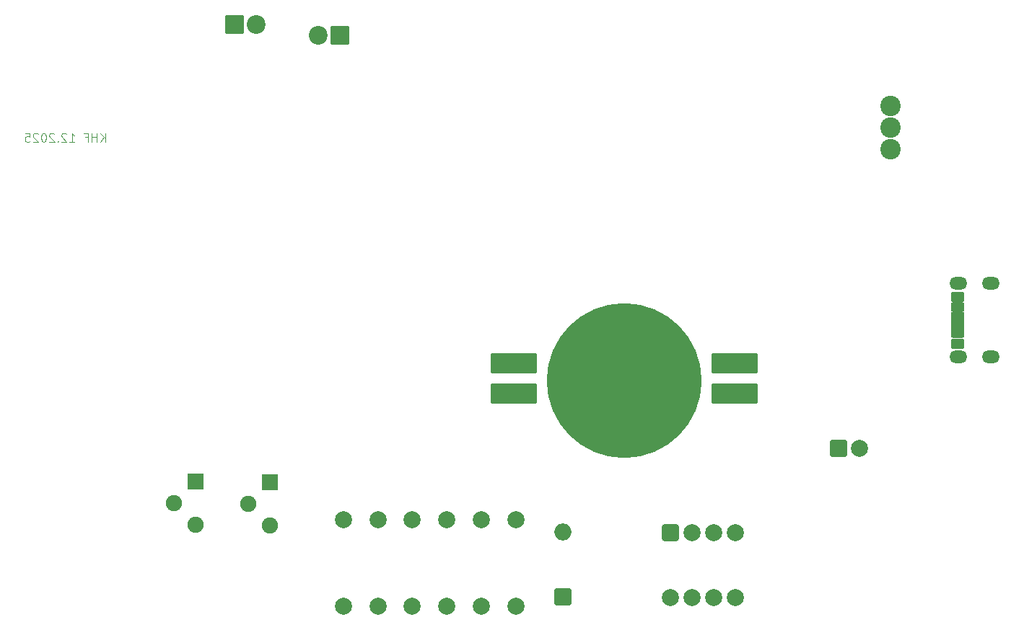
<source format=gbr>
%TF.GenerationSoftware,KiCad,Pcbnew,9.0.6*%
%TF.CreationDate,2026-01-09T14:19:34+01:00*%
%TF.ProjectId,Alligator,416c6c69-6761-4746-9f72-2e6b69636164,rev?*%
%TF.SameCoordinates,Original*%
%TF.FileFunction,Soldermask,Bot*%
%TF.FilePolarity,Negative*%
%FSLAX46Y46*%
G04 Gerber Fmt 4.6, Leading zero omitted, Abs format (unit mm)*
G04 Created by KiCad (PCBNEW 9.0.6) date 2026-01-09 14:19:34*
%MOMM*%
%LPD*%
G01*
G04 APERTURE LIST*
G04 Aperture macros list*
%AMRoundRect*
0 Rectangle with rounded corners*
0 $1 Rounding radius*
0 $2 $3 $4 $5 $6 $7 $8 $9 X,Y pos of 4 corners*
0 Add a 4 corners polygon primitive as box body*
4,1,4,$2,$3,$4,$5,$6,$7,$8,$9,$2,$3,0*
0 Add four circle primitives for the rounded corners*
1,1,$1+$1,$2,$3*
1,1,$1+$1,$4,$5*
1,1,$1+$1,$6,$7*
1,1,$1+$1,$8,$9*
0 Add four rect primitives between the rounded corners*
20,1,$1+$1,$2,$3,$4,$5,0*
20,1,$1+$1,$4,$5,$6,$7,0*
20,1,$1+$1,$6,$7,$8,$9,0*
20,1,$1+$1,$8,$9,$2,$3,0*%
G04 Aperture macros list end*
%ADD10C,0.125000*%
%ADD11RoundRect,0.275000X-0.525000X0.275000X-0.525000X-0.275000X0.525000X-0.275000X0.525000X0.275000X0*%
%ADD12RoundRect,0.290000X0.510000X-0.290000X0.510000X0.290000X-0.510000X0.290000X-0.510000X-0.290000X0*%
%ADD13RoundRect,0.300000X0.500000X-0.300000X0.500000X0.300000X-0.500000X0.300000X-0.500000X-0.300000X0*%
%ADD14RoundRect,0.275000X0.525000X-0.275000X0.525000X0.275000X-0.525000X0.275000X-0.525000X-0.275000X0*%
%ADD15RoundRect,0.290000X-0.510000X0.290000X-0.510000X-0.290000X0.510000X-0.290000X0.510000X0.290000X0*%
%ADD16RoundRect,0.300000X-0.500000X0.300000X-0.500000X-0.300000X0.500000X-0.300000X0.500000X0.300000X0*%
%ADD17O,2.100000X1.500000*%
%ADD18RoundRect,0.200000X0.900000X0.900000X-0.900000X0.900000X-0.900000X-0.900000X0.900000X-0.900000X0*%
%ADD19C,2.200000*%
%ADD20RoundRect,0.200000X-0.900000X-0.900000X0.900000X-0.900000X0.900000X0.900000X-0.900000X0.900000X0*%
%ADD21C,2.400000*%
%ADD22RoundRect,0.312500X-0.687500X0.687500X-0.687500X-0.687500X0.687500X-0.687500X0.687500X0.687500X0*%
%ADD23C,2.000000*%
%ADD24RoundRect,0.200000X-0.750000X0.750000X-0.750000X-0.750000X0.750000X-0.750000X0.750000X0.750000X0*%
%ADD25C,1.900000*%
%ADD26RoundRect,0.200000X0.800000X-0.800000X0.800000X0.800000X-0.800000X0.800000X-0.800000X-0.800000X0*%
%ADD27O,2.000000X2.000000*%
%ADD28RoundRect,0.200000X-0.800000X-0.800000X0.800000X-0.800000X0.800000X0.800000X-0.800000X0.800000X0*%
%ADD29RoundRect,0.200000X-2.500000X-1.000000X2.500000X-1.000000X2.500000X1.000000X-2.500000X1.000000X0*%
%ADD30C,18.180000*%
G04 APERTURE END LIST*
D10*
X101279668Y-69071119D02*
X101279668Y-68071119D01*
X100708240Y-69071119D02*
X101136811Y-68499690D01*
X100708240Y-68071119D02*
X101279668Y-68642547D01*
X100279668Y-69071119D02*
X100279668Y-68071119D01*
X100279668Y-68547309D02*
X99708240Y-68547309D01*
X99708240Y-69071119D02*
X99708240Y-68071119D01*
X98898716Y-68547309D02*
X99232049Y-68547309D01*
X99232049Y-69071119D02*
X99232049Y-68071119D01*
X99232049Y-68071119D02*
X98755859Y-68071119D01*
X97089192Y-69071119D02*
X97660620Y-69071119D01*
X97374906Y-69071119D02*
X97374906Y-68071119D01*
X97374906Y-68071119D02*
X97470144Y-68213976D01*
X97470144Y-68213976D02*
X97565382Y-68309214D01*
X97565382Y-68309214D02*
X97660620Y-68356833D01*
X96708239Y-68166357D02*
X96660620Y-68118738D01*
X96660620Y-68118738D02*
X96565382Y-68071119D01*
X96565382Y-68071119D02*
X96327287Y-68071119D01*
X96327287Y-68071119D02*
X96232049Y-68118738D01*
X96232049Y-68118738D02*
X96184430Y-68166357D01*
X96184430Y-68166357D02*
X96136811Y-68261595D01*
X96136811Y-68261595D02*
X96136811Y-68356833D01*
X96136811Y-68356833D02*
X96184430Y-68499690D01*
X96184430Y-68499690D02*
X96755858Y-69071119D01*
X96755858Y-69071119D02*
X96136811Y-69071119D01*
X95708239Y-68975880D02*
X95660620Y-69023500D01*
X95660620Y-69023500D02*
X95708239Y-69071119D01*
X95708239Y-69071119D02*
X95755858Y-69023500D01*
X95755858Y-69023500D02*
X95708239Y-68975880D01*
X95708239Y-68975880D02*
X95708239Y-69071119D01*
X95279668Y-68166357D02*
X95232049Y-68118738D01*
X95232049Y-68118738D02*
X95136811Y-68071119D01*
X95136811Y-68071119D02*
X94898716Y-68071119D01*
X94898716Y-68071119D02*
X94803478Y-68118738D01*
X94803478Y-68118738D02*
X94755859Y-68166357D01*
X94755859Y-68166357D02*
X94708240Y-68261595D01*
X94708240Y-68261595D02*
X94708240Y-68356833D01*
X94708240Y-68356833D02*
X94755859Y-68499690D01*
X94755859Y-68499690D02*
X95327287Y-69071119D01*
X95327287Y-69071119D02*
X94708240Y-69071119D01*
X94089192Y-68071119D02*
X93993954Y-68071119D01*
X93993954Y-68071119D02*
X93898716Y-68118738D01*
X93898716Y-68118738D02*
X93851097Y-68166357D01*
X93851097Y-68166357D02*
X93803478Y-68261595D01*
X93803478Y-68261595D02*
X93755859Y-68452071D01*
X93755859Y-68452071D02*
X93755859Y-68690166D01*
X93755859Y-68690166D02*
X93803478Y-68880642D01*
X93803478Y-68880642D02*
X93851097Y-68975880D01*
X93851097Y-68975880D02*
X93898716Y-69023500D01*
X93898716Y-69023500D02*
X93993954Y-69071119D01*
X93993954Y-69071119D02*
X94089192Y-69071119D01*
X94089192Y-69071119D02*
X94184430Y-69023500D01*
X94184430Y-69023500D02*
X94232049Y-68975880D01*
X94232049Y-68975880D02*
X94279668Y-68880642D01*
X94279668Y-68880642D02*
X94327287Y-68690166D01*
X94327287Y-68690166D02*
X94327287Y-68452071D01*
X94327287Y-68452071D02*
X94279668Y-68261595D01*
X94279668Y-68261595D02*
X94232049Y-68166357D01*
X94232049Y-68166357D02*
X94184430Y-68118738D01*
X94184430Y-68118738D02*
X94089192Y-68071119D01*
X93374906Y-68166357D02*
X93327287Y-68118738D01*
X93327287Y-68118738D02*
X93232049Y-68071119D01*
X93232049Y-68071119D02*
X92993954Y-68071119D01*
X92993954Y-68071119D02*
X92898716Y-68118738D01*
X92898716Y-68118738D02*
X92851097Y-68166357D01*
X92851097Y-68166357D02*
X92803478Y-68261595D01*
X92803478Y-68261595D02*
X92803478Y-68356833D01*
X92803478Y-68356833D02*
X92851097Y-68499690D01*
X92851097Y-68499690D02*
X93422525Y-69071119D01*
X93422525Y-69071119D02*
X92803478Y-69071119D01*
X91898716Y-68071119D02*
X92374906Y-68071119D01*
X92374906Y-68071119D02*
X92422525Y-68547309D01*
X92422525Y-68547309D02*
X92374906Y-68499690D01*
X92374906Y-68499690D02*
X92279668Y-68452071D01*
X92279668Y-68452071D02*
X92041573Y-68452071D01*
X92041573Y-68452071D02*
X91946335Y-68499690D01*
X91946335Y-68499690D02*
X91898716Y-68547309D01*
X91898716Y-68547309D02*
X91851097Y-68642547D01*
X91851097Y-68642547D02*
X91851097Y-68880642D01*
X91851097Y-68880642D02*
X91898716Y-68975880D01*
X91898716Y-68975880D02*
X91946335Y-69023500D01*
X91946335Y-69023500D02*
X92041573Y-69071119D01*
X92041573Y-69071119D02*
X92279668Y-69071119D01*
X92279668Y-69071119D02*
X92374906Y-69023500D01*
X92374906Y-69023500D02*
X92422525Y-68975880D01*
D11*
%TO.C,REF\u002A\u002A*%
X201300000Y-89550000D03*
D12*
X201300000Y-91570000D03*
D13*
X201300000Y-92800000D03*
D14*
X201300000Y-90550000D03*
D15*
X201300000Y-88530000D03*
D16*
X201300000Y-87300000D03*
D17*
X201380000Y-85730000D03*
X205180000Y-85730000D03*
X201380000Y-94370000D03*
X205180000Y-94370000D03*
%TD*%
D18*
%TO.C,D2*%
X128800000Y-56600000D03*
D19*
X126260000Y-56600000D03*
%TD*%
D20*
%TO.C,D1*%
X116460000Y-55300000D03*
D19*
X119000000Y-55300000D03*
%TD*%
D21*
%TO.C,S1*%
X193400000Y-64900000D03*
X193400000Y-67440000D03*
X193400000Y-69980000D03*
%TD*%
D22*
%TO.C,U1*%
X167600000Y-115000000D03*
D23*
X170140000Y-115000000D03*
X172680000Y-115000000D03*
X175220000Y-115000000D03*
X175220000Y-122620000D03*
X172680000Y-122620000D03*
X170140000Y-122620000D03*
X167600000Y-122620000D03*
%TD*%
D24*
%TO.C,Q2*%
X120600000Y-109100000D03*
D25*
X118060000Y-111640000D03*
X120600000Y-114180000D03*
%TD*%
D23*
%TO.C,R3*%
X149450000Y-123660000D03*
X149450000Y-113500000D03*
%TD*%
%TO.C,R6*%
X137300000Y-123660000D03*
X137300000Y-113500000D03*
%TD*%
%TO.C,R8*%
X129200000Y-123660000D03*
X129200000Y-113500000D03*
%TD*%
D24*
%TO.C,Q1*%
X111857615Y-109000000D03*
D25*
X109317615Y-111540000D03*
X111857615Y-114080000D03*
%TD*%
D26*
%TO.C,D3*%
X155000000Y-122520000D03*
D27*
X155000000Y-114900000D03*
%TD*%
D23*
%TO.C,R5*%
X141350000Y-123660000D03*
X141350000Y-113500000D03*
%TD*%
%TO.C,R4*%
X145400000Y-123660000D03*
X145400000Y-113500000D03*
%TD*%
%TO.C,R7*%
X133250000Y-123660000D03*
X133250000Y-113500000D03*
%TD*%
D28*
%TO.C,C1*%
X187300000Y-105100000D03*
D23*
X189800000Y-105100000D03*
%TD*%
D29*
%TO.C,U2*%
X149246000Y-95068000D03*
X149246000Y-98624000D03*
X175140000Y-95068000D03*
X175140000Y-98624000D03*
D30*
X162200000Y-97100000D03*
%TD*%
M02*

</source>
